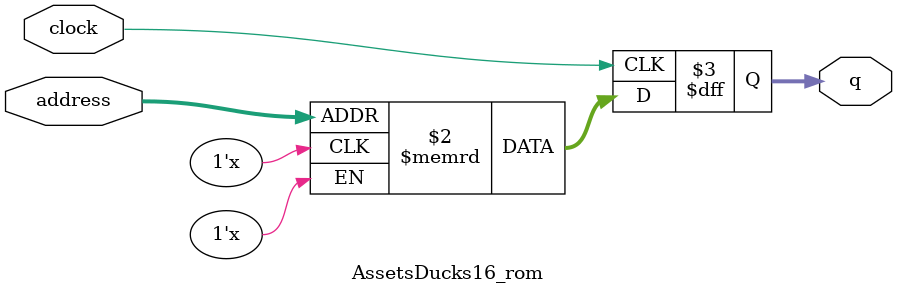
<source format=sv>
module AssetsDucks16_rom (
	input logic clock,
	input logic [11:0] address,
	output logic [3:0] q
);

logic [3:0] memory [0:4095] /* synthesis ram_init_file = "./AssetsDucks16/AssetsDucks16.mif" */;

always_ff @ (posedge clock) begin
	q <= memory[address];
end

endmodule

</source>
